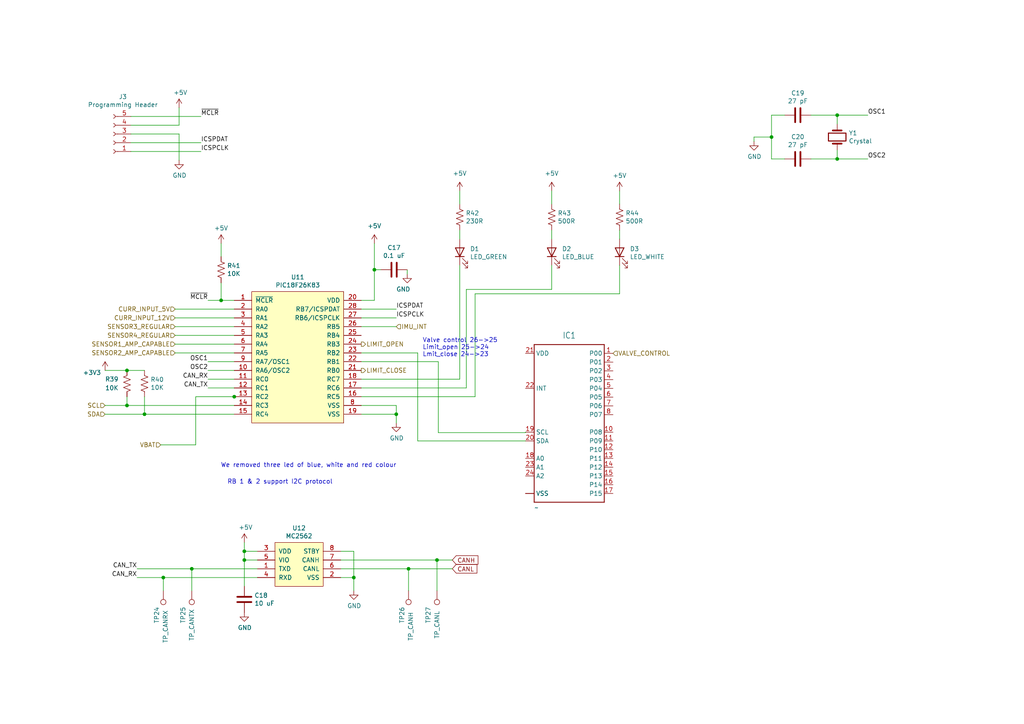
<source format=kicad_sch>
(kicad_sch (version 20230121) (generator eeschema)
  (paper "A4")
  (lib_symbols
    (symbol "+5V_1" (power) (pin_names (offset 0))
      (property "Value" "+5V_1" (at 0 3.556 0))
      (symbol "+5V_1_0_1"
        (polyline (pts (xy -0.762 1.27) (xy 0 2.54)))
        (polyline (pts (xy 0 0) (xy 0 2.54)))
        (polyline (pts (xy 0 2.54) (xy 0.762 1.27)))
      )
      (symbol "+5V_1_1_1"
        (pin power_in line (at 0 0 90) (length 0) hide (name "+5V") (number "1"))
      )
    )
    (symbol "+5V_2" (power) (pin_names (offset 0))
      (property "Value" "+5V_2" (at 0 3.556 0))
      (symbol "+5V_2_0_1"
        (polyline (pts (xy -0.762 1.27) (xy 0 2.54)))
        (polyline (pts (xy 0 0) (xy 0 2.54)))
        (polyline (pts (xy 0 2.54) (xy 0.762 1.27)))
      )
      (symbol "+5V_2_1_1"
        (pin power_in line (at 0 0 90) (length 0) hide (name "+5V") (number "1"))
      )
    )
    (symbol "+5V_3" (power) (pin_names (offset 0))
      (property "Value" "+5V_3" (at 0 3.556 0))
      (symbol "+5V_3_0_1"
        (polyline (pts (xy -0.762 1.27) (xy 0 2.54)))
        (polyline (pts (xy 0 0) (xy 0 2.54)))
        (polyline (pts (xy 0 2.54) (xy 0.762 1.27)))
      )
      (symbol "+5V_3_1_1"
        (pin power_in line (at 0 0 90) (length 0) hide (name "+5V") (number "1"))
      )
    )
    (symbol "+5V_4" (power) (pin_names (offset 0))
      (property "Value" "+5V_4" (at 0 3.556 0))
      (symbol "+5V_4_0_1"
        (polyline (pts (xy -0.762 1.27) (xy 0 2.54)))
        (polyline (pts (xy 0 0) (xy 0 2.54)))
        (polyline (pts (xy 0 2.54) (xy 0.762 1.27)))
      )
      (symbol "+5V_4_1_1"
        (pin power_in line (at 0 0 90) (length 0) hide (name "+5V") (number "1"))
      )
    )
    (symbol "+5V_5" (power) (pin_names (offset 0))
      (property "Value" "+5V_5" (at 0 3.556 0))
      (symbol "+5V_5_0_1"
        (polyline (pts (xy -0.762 1.27) (xy 0 2.54)))
        (polyline (pts (xy 0 0) (xy 0 2.54)))
        (polyline (pts (xy 0 2.54) (xy 0.762 1.27)))
      )
      (symbol "+5V_5_1_1"
        (pin power_in line (at 0 0 90) (length 0) hide (name "+5V") (number "1"))
      )
    )
    (symbol "Device:C" (pin_numbers hide) (pin_names (offset 0.254))
      (property "Reference" "C" (at 0.635 2.54 0))
      (property "Value" "C" (at 0.635 -2.54 0))
      (symbol "C_0_1"
        (polyline (pts (xy -2.032 -0.762) (xy 2.032 -0.762)) (stroke (width 0.508)))
        (polyline (pts (xy -2.032 0.762) (xy 2.032 0.762)) (stroke (width 0.508)))
      )
      (symbol "C_1_1"
        (pin passive line (at 0 3.81 270) (length 2.794) (name "~") (number "1"))
        (pin passive line (at 0 -3.81 90) (length 2.794) (name "~") (number "2"))
      )
    )
    (symbol "Device:Crystal" (pin_numbers hide) (pin_names (offset 1.016) hide)
      (property "Reference" "Y" (at 0 3.81 0))
      (property "Value" "Crystal" (at 0 -3.81 0))
      (symbol "Crystal_0_1"
        (rectangle (start -1.143 2.54) (end 1.143 -2.54) (stroke (width 0.3048)))
        (polyline (pts (xy -2.54 0) (xy -1.905 0)))
        (polyline (pts (xy -1.905 -1.27) (xy -1.905 1.27)) (stroke (width 0.508)))
        (polyline (pts (xy 1.905 -1.27) (xy 1.905 1.27)) (stroke (width 0.508)))
        (polyline (pts (xy 2.54 0) (xy 1.905 0)))
      )
      (symbol "Crystal_1_1"
        (pin passive line (at -3.81 0 0) (length 1.27) (name "1") (number "1"))
        (pin passive line (at 3.81 0 180) (length 1.27) (name "2") (number "2"))
      )
    )
    (symbol "Device:LED" (pin_numbers hide) (pin_names (offset 1.016) hide)
      (property "Reference" "D" (at 0 2.54 0))
      (property "Value" "LED" (at 0 -2.54 0))
      (symbol "LED_0_1"
        (polyline (pts (xy -1.27 -1.27) (xy -1.27 1.27)) (stroke (width 0.254)))
        (polyline (pts (xy -1.27 0) (xy 1.27 0)))
        (polyline (pts (xy 1.27 -1.27) (xy 1.27 1.27) (xy -1.27 0) (xy 1.27 -1.27)) (stroke (width 0.254)))
        (polyline (pts (xy -3.048 -0.762) (xy -4.572 -2.286) (xy -3.81 -2.286) (xy -4.572 -2.286) (xy -4.572 -1.524)))
        (polyline (pts (xy -1.778 -0.762) (xy -3.302 -2.286) (xy -2.54 -2.286) (xy -3.302 -2.286) (xy -3.302 -1.524)))
      )
      (symbol "LED_1_1"
        (pin passive line (at -3.81 0 0) (length 2.54) (name "K") (number "1"))
        (pin passive line (at 3.81 0 180) (length 2.54) (name "A") (number "2"))
      )
    )
    (symbol "Device:R_US" (pin_numbers hide) (pin_names (offset 0))
      (property "Reference" "R" (at 2.54 0 90))
      (property "Value" "R_US" (at -2.54 0 90))
      (symbol "R_US_0_1"
        (polyline (pts (xy 0 -2.286) (xy 0 -2.54)))
        (polyline (pts (xy 0 2.286) (xy 0 2.54)))
        (polyline (pts (xy 0 -0.762) (xy 1.016 -1.143) (xy 0 -1.524) (xy -1.016 -1.905) (xy 0 -2.286)))
        (polyline (pts (xy 0 0.762) (xy 1.016 0.381) (xy 0 0) (xy -1.016 -0.381) (xy 0 -0.762)))
        (polyline (pts (xy 0 2.286) (xy 1.016 1.905) (xy 0 1.524) (xy -1.016 1.143) (xy 0 0.762)))
      )
      (symbol "R_US_1_1"
        (pin passive line (at 0 3.81 270) (length 1.27) (name "~") (number "1"))
        (pin passive line (at 0 -3.81 90) (length 1.27) (name "~") (number "2"))
      )
    )
    (symbol "PropulsionBoard-eagle-import:PCF8575"
      (property "Reference" "IC" (at -10.16 24.13 0))
      (symbol "PCF8575_1_0"
        (polyline (pts (xy -10.16 -22.86) (xy -10.16 22.86)) (stroke (width 0.254)))
        (polyline (pts (xy -10.16 22.86) (xy 10.16 22.86)) (stroke (width 0.254)))
        (polyline (pts (xy 10.16 -22.86) (xy -10.16 -22.86)) (stroke (width 0.254)))
        (polyline (pts (xy 10.16 22.86) (xy 10.16 -22.86)) (stroke (width 0.254)))
        (pin bidirectional line (at 12.7 20.32 180) (length 2.54) (name "P00") (number "1"))
        (pin bidirectional line (at 12.7 -2.54 180) (length 2.54) (name "P08") (number "10"))
        (pin bidirectional line (at 12.7 -5.08 180) (length 2.54) (name "P09") (number "11"))
        (pin bidirectional line (at 12.7 -7.62 180) (length 2.54) (name "P10") (number "12"))
        (pin bidirectional line (at 12.7 -10.16 180) (length 2.54) (name "P11") (number "13"))
        (pin bidirectional line (at 12.7 -12.7 180) (length 2.54) (name "P12") (number "14"))
        (pin bidirectional line (at 12.7 -15.24 180) (length 2.54) (name "P13") (number "15"))
        (pin bidirectional line (at 12.7 -17.78 180) (length 2.54) (name "P14") (number "16"))
        (pin bidirectional line (at 12.7 -20.32 180) (length 2.54) (name "P15") (number "17"))
        (pin input line (at -12.7 -10.16 0) (length 2.54) (name "A0") (number "18"))
        (pin input line (at -12.7 -2.54 0) (length 2.54) (name "SCL") (number "19"))
        (pin bidirectional line (at 12.7 17.78 180) (length 2.54) (name "P01") (number "2"))
        (pin bidirectional line (at -12.7 -5.08 0) (length 2.54) (name "SDA") (number "20"))
        (pin power_in line (at -12.7 20.32 0) (length 2.54) (name "VDD") (number "21"))
        (pin output line (at -12.7 10.16 0) (length 2.54) (name "INT") (number "22"))
        (pin input line (at -12.7 -12.7 0) (length 2.54) (name "A1") (number "23"))
        (pin input line (at -12.7 -15.24 0) (length 2.54) (name "A2") (number "24"))
        (pin bidirectional line (at 12.7 15.24 180) (length 2.54) (name "P02") (number "3"))
        (pin bidirectional line (at 12.7 12.7 180) (length 2.54) (name "P03") (number "4"))
        (pin bidirectional line (at 12.7 10.16 180) (length 2.54) (name "P04") (number "5"))
        (pin bidirectional line (at 12.7 7.62 180) (length 2.54) (name "P05") (number "6"))
        (pin bidirectional line (at 12.7 5.08 180) (length 2.54) (name "P06") (number "7"))
        (pin bidirectional line (at 12.7 2.54 180) (length 2.54) (name "P07") (number "8"))
        (pin power_in line (at -12.7 -20.32 0) (length 2.54) (name "VSS") (number "9"))
        (pin power_in line (at -12.7 -20.32 0) (length 2.54) (name "VSS") (number "THERM"))
      )
    )
    (symbol "actuator-rescue:Conn_01x05_Female-Connector" (pin_names (offset 1.016) hide)
      (property "Reference" "J" (at 0 7.62 0))
      (property "Value" "Connector_Conn_01x05_Female" (at 0 -7.62 0))
      (symbol "Conn_01x05_Female-Connector_1_1"
        (arc (start 0 -4.572) (mid -0.5058 -5.08) (end 0 -5.588) (stroke (width 0.1524)))
        (arc (start 0 -2.032) (mid -0.5058 -2.54) (end 0 -3.048) (stroke (width 0.1524)))
        (polyline (pts (xy -1.27 -5.08) (xy -0.508 -5.08)) (stroke (width 0.1524)))
        (polyline (pts (xy -1.27 -2.54) (xy -0.508 -2.54)) (stroke (width 0.1524)))
        (polyline (pts (xy -1.27 0) (xy -0.508 0)) (stroke (width 0.1524)))
        (polyline (pts (xy -1.27 2.54) (xy -0.508 2.54)) (stroke (width 0.1524)))
        (polyline (pts (xy -1.27 5.08) (xy -0.508 5.08)) (stroke (width 0.1524)))
        (arc (start 0 0.508) (mid -0.5058 0) (end 0 -0.508) (stroke (width 0.1524)))
        (arc (start 0 3.048) (mid -0.5058 2.54) (end 0 2.032) (stroke (width 0.1524)))
        (arc (start 0 5.588) (mid -0.5058 5.08) (end 0 4.572) (stroke (width 0.1524)))
        (pin passive line (at -5.08 5.08 0) (length 3.81) (name "Pin_1") (number "1"))
        (pin passive line (at -5.08 2.54 0) (length 3.81) (name "Pin_2") (number "2"))
        (pin passive line (at -5.08 0 0) (length 3.81) (name "Pin_3") (number "3"))
        (pin passive line (at -5.08 -2.54 0) (length 3.81) (name "Pin_4") (number "4"))
        (pin passive line (at -5.08 -5.08 0) (length 3.81) (name "Pin_5") (number "5"))
      )
    )
    (symbol "canhw:MCP2562" (pin_names (offset 1.016))
      (property "Reference" "U" (at 5.08 3.81 0))
      (property "Value" "MCP2562" (at -3.81 3.81 0))
      (symbol "MCP2562_0_1"
        (rectangle (start -7.62 2.54) (end 6.35 -10.16) (fill (type background)))
      )
      (symbol "MCP2562_1_1"
        (pin bidirectional line (at -12.7 -5.08 0) (length 5.08) (name "TXD") (number "1"))
        (pin power_in line (at 11.43 -7.62 180) (length 5.08) (name "VSS") (number "2"))
        (pin power_in line (at -12.7 0 0) (length 5.08) (name "VDD") (number "3"))
        (pin bidirectional line (at -12.7 -7.62 0) (length 5.08) (name "RXD") (number "4"))
        (pin bidirectional line (at -12.7 -2.54 0) (length 5.08) (name "VIO") (number "5"))
        (pin bidirectional line (at 11.43 -5.08 180) (length 5.08) (name "CANL") (number "6"))
        (pin bidirectional line (at 11.43 -2.54 180) (length 5.08) (name "CANH") (number "7"))
        (pin bidirectional line (at 11.43 0 180) (length 5.08) (name "STBY") (number "8"))
      )
    )
    (symbol "canhw:PIC18F26K83" (pin_names (offset 1.016))
      (property "Reference" "U" (at 11.43 20.32 0))
      (property "Value" "PIC18F26K83" (at -7.62 20.32 0))
      (symbol "PIC18F26K83_0_1"
        (rectangle (start -13.97 19.05) (end 12.7 -19.05) (fill (type background)))
      )
      (symbol "PIC18F26K83_1_1"
        (pin input line (at -19.05 16.51 0) (length 5.08) (name "~{MCLR}") (number "1"))
        (pin bidirectional line (at -19.05 -3.81 0) (length 5.08) (name "RA6/OSC2") (number "10"))
        (pin bidirectional line (at -19.05 -6.35 0) (length 5.08) (name "RC0") (number "11"))
        (pin bidirectional line (at -19.05 -8.89 0) (length 5.08) (name "RC1") (number "12"))
        (pin bidirectional line (at -19.05 -11.43 0) (length 5.08) (name "RC2") (number "13"))
        (pin bidirectional line (at -19.05 -13.97 0) (length 5.08) (name "RC3") (number "14"))
        (pin bidirectional line (at -19.05 -16.51 0) (length 5.08) (name "RC4") (number "15"))
        (pin bidirectional line (at 17.78 -11.43 180) (length 5.08) (name "RC5") (number "16"))
        (pin bidirectional line (at 17.78 -8.89 180) (length 5.08) (name "RC6") (number "17"))
        (pin bidirectional line (at 17.78 -6.35 180) (length 5.08) (name "RC7") (number "18"))
        (pin power_in line (at 17.78 -16.51 180) (length 5.08) (name "VSS") (number "19"))
        (pin bidirectional line (at -19.05 13.97 0) (length 5.08) (name "RA0") (number "2"))
        (pin power_in line (at 17.78 16.51 180) (length 5.08) (name "VDD") (number "20"))
        (pin bidirectional line (at 17.78 -3.81 180) (length 5.08) (name "RB0") (number "21"))
        (pin bidirectional line (at 17.78 -1.27 180) (length 5.08) (name "RB1") (number "22"))
        (pin bidirectional line (at 17.78 1.27 180) (length 5.08) (name "RB2") (number "23"))
        (pin bidirectional line (at 17.78 3.81 180) (length 5.08) (name "RB3") (number "24"))
        (pin bidirectional line (at 17.78 6.35 180) (length 5.08) (name "RB4") (number "25"))
        (pin bidirectional line (at 17.78 8.89 180) (length 5.08) (name "RB5") (number "26"))
        (pin bidirectional line (at 17.78 11.43 180) (length 5.08) (name "RB6/ICSPCLK") (number "27"))
        (pin bidirectional line (at 17.78 13.97 180) (length 5.08) (name "RB7/ICSPDAT") (number "28"))
        (pin bidirectional line (at -19.05 11.43 0) (length 5.08) (name "RA1") (number "3"))
        (pin bidirectional line (at -19.05 8.89 0) (length 5.08) (name "RA2") (number "4"))
        (pin bidirectional line (at -19.05 6.35 0) (length 5.08) (name "RA3") (number "5"))
        (pin bidirectional line (at -19.05 3.81 0) (length 5.08) (name "RA4") (number "6"))
        (pin bidirectional line (at -19.05 1.27 0) (length 5.08) (name "RA5") (number "7"))
        (pin power_in line (at 17.78 -13.97 180) (length 5.08) (name "VSS") (number "8"))
        (pin bidirectional line (at -19.05 -1.27 0) (length 5.08) (name "RA7/OSC1") (number "9"))
      )
    )
    (symbol "canhw:TestPointKeystone" (pin_numbers hide) (pin_names (offset 0.762) hide)
      (property "Reference" "TP" (at 0 6.858 0))
      (property "Value" "TestPointKeystone" (at 0 5.08 0))
      (symbol "TestPointKeystone_0_1"
        (circle (center 0 3.302) (radius 0.762))
      )
      (symbol "TestPointKeystone_1_1"
        (pin passive line (at 0 0 90) (length 2.54) (name "1") (number "1"))
      )
    )
    (symbol "power:+3V3" (power) (pin_names (offset 0))
      (property "Value" "+3V3" (at 0 3.556 0))
      (symbol "+3V3_0_1"
        (polyline (pts (xy -0.762 1.27) (xy 0 2.54)))
        (polyline (pts (xy 0 0) (xy 0 2.54)))
        (polyline (pts (xy 0 2.54) (xy 0.762 1.27)))
      )
      (symbol "+3V3_1_1"
        (pin power_in line (at 0 0 90) (length 0) hide (name "+3V3") (number "1"))
      )
    )
    (symbol "power:+5V" (power) (pin_names (offset 0))
      (property "Value" "+5V" (at 0 3.556 0))
      (symbol "+5V_0_1"
        (polyline (pts (xy -0.762 1.27) (xy 0 2.54)))
        (polyline (pts (xy 0 0) (xy 0 2.54)))
        (polyline (pts (xy 0 2.54) (xy 0.762 1.27)))
      )
      (symbol "+5V_1_1"
        (pin power_in line (at 0 0 90) (length 0) hide (name "+5V") (number "1"))
      )
    )
    (symbol "power:GND" (power) (pin_names (offset 0))
      (property "Value" "GND" (at 0 -3.81 0))
      (symbol "GND_0_1"
        (polyline (pts (xy 0 0) (xy 0 -1.27) (xy 1.27 -1.27) (xy 0 -2.54) (xy -1.27 -1.27) (xy 0 -1.27)))
      )
      (symbol "GND_1_1"
        (pin power_in line (at 0 0 270) (length 0) hide (name "GND") (number "1"))
      )
    )
  )
  (junction (at 223.774 39.751))
  (junction (at 102.616 167.513))
  (junction (at 47.371 167.513))
  (junction (at 126.746 162.433))
  (junction (at 70.866 162.433))
  (junction (at 36.83 107.442))
  (junction (at 118.491 164.973))
  (junction (at 108.585 78.232))
  (junction (at 70.866 159.893))
  (junction (at 55.626 164.973))
  (junction (at 242.824 46.101))
  (junction (at 36.83 117.602))
  (junction (at 67.945 115.062))
  (junction (at 242.824 33.401))
  (junction (at 114.935 120.142))
  (junction (at 64.135 87.122))
  (junction (at 41.91 120.142))
  (wire (pts (xy 67.945 115.062) (xy 56.769 115.062)))
  (wire (pts (xy 37.973 33.782) (xy 58.293 33.782)))
  (wire (pts (xy 108.585 70.612) (xy 108.585 78.232)))
  (wire (pts (xy 218.694 41.021) (xy 218.694 39.751)))
  (wire (pts (xy 55.626 164.973) (xy 55.626 171.323)))
  (wire (pts (xy 251.714 33.401) (xy 242.824 33.401)))
  (wire (pts (xy 104.775 117.602) (xy 114.935 117.602)))
  (wire (pts (xy 133.35 76.962) (xy 133.35 109.982)))
  (wire (pts (xy 64.135 87.122) (xy 67.945 87.122)))
  (wire (pts (xy 102.616 167.513) (xy 102.616 159.893)))
  (wire (pts (xy 126.746 162.433) (xy 131.191 162.433)))
  (wire (pts (xy 60.325 87.122) (xy 64.135 87.122)))
  (wire (pts (xy 137.795 85.217) (xy 179.705 85.217)))
  (wire (pts (xy 179.705 85.217) (xy 179.705 76.962)))
  (wire (pts (xy 64.135 82.042) (xy 64.135 87.122)))
  (wire (pts (xy 179.705 66.802) (xy 179.705 69.342)))
  (wire (pts (xy 37.973 43.942) (xy 58.293 43.942)))
  (wire (pts (xy 56.769 115.062) (xy 56.769 129.032)))
  (wire (pts (xy 70.866 159.893) (xy 74.676 159.893)))
  (wire (pts (xy 39.751 167.513) (xy 47.371 167.513)))
  (wire (pts (xy 70.866 170.053) (xy 70.866 162.433)))
  (wire (pts (xy 58.293 41.402) (xy 37.973 41.402)))
  (wire (pts (xy 235.204 46.101) (xy 242.824 46.101)))
  (wire (pts (xy 50.8 99.822) (xy 67.945 99.822)))
  (wire (pts (xy 102.616 159.893) (xy 98.806 159.893)))
  (wire (pts (xy 127.127 125.476) (xy 152.4 125.476)))
  (wire (pts (xy 104.775 87.122) (xy 108.585 87.122)))
  (wire (pts (xy 126.746 162.433) (xy 126.746 171.323)))
  (wire (pts (xy 118.11 78.232) (xy 118.11 79.502)))
  (wire (pts (xy 47.371 167.513) (xy 74.676 167.513)))
  (wire (pts (xy 37.973 36.322) (xy 51.943 36.322)))
  (wire (pts (xy 102.616 171.323) (xy 102.616 167.513)))
  (wire (pts (xy 70.866 162.433) (xy 70.866 159.893)))
  (wire (pts (xy 37.973 38.862) (xy 51.943 38.862)))
  (wire (pts (xy 118.491 164.973) (xy 131.191 164.973)))
  (wire (pts (xy 39.751 164.973) (xy 55.626 164.973)))
  (wire (pts (xy 223.774 46.101) (xy 227.584 46.101)))
  (wire (pts (xy 160.02 66.802) (xy 160.02 69.342)))
  (wire (pts (xy 98.806 164.973) (xy 118.491 164.973)))
  (wire (pts (xy 41.91 120.142) (xy 67.945 120.142)))
  (wire (pts (xy 127.127 104.902) (xy 127.127 125.476)))
  (wire (pts (xy 50.8 89.662) (xy 67.945 89.662)))
  (wire (pts (xy 55.626 164.973) (xy 74.676 164.973)))
  (wire (pts (xy 50.8 97.282) (xy 67.945 97.282)))
  (wire (pts (xy 114.935 117.602) (xy 114.935 120.142)))
  (wire (pts (xy 114.935 120.142) (xy 114.935 122.682)))
  (wire (pts (xy 64.135 70.612) (xy 64.135 74.422)))
  (wire (pts (xy 114.935 92.202) (xy 104.775 92.202)))
  (wire (pts (xy 121.158 127.889) (xy 152.4 127.889)))
  (wire (pts (xy 104.902 102.362) (xy 121.158 102.362)))
  (wire (pts (xy 68.199 115.062) (xy 67.945 115.062)))
  (wire (pts (xy 235.204 33.401) (xy 242.824 33.401)))
  (wire (pts (xy 104.775 94.742) (xy 114.935 94.742)))
  (wire (pts (xy 160.02 76.962) (xy 160.02 83.947)))
  (wire (pts (xy 98.806 162.433) (xy 126.746 162.433)))
  (wire (pts (xy 60.325 112.522) (xy 67.945 112.522)))
  (wire (pts (xy 46.609 129.032) (xy 56.769 129.032)))
  (wire (pts (xy 36.83 117.602) (xy 67.945 117.602)))
  (wire (pts (xy 30.48 107.442) (xy 36.83 107.442)))
  (wire (pts (xy 47.371 167.513) (xy 47.371 171.323)))
  (wire (pts (xy 60.325 109.982) (xy 67.945 109.982)))
  (wire (pts (xy 121.158 102.362) (xy 121.158 127.889)))
  (wire (pts (xy 30.48 120.142) (xy 41.91 120.142)))
  (wire (pts (xy 135.255 112.522) (xy 104.775 112.522)))
  (wire (pts (xy 104.775 120.142) (xy 114.935 120.142)))
  (wire (pts (xy 104.775 104.902) (xy 127.127 104.902)))
  (wire (pts (xy 51.943 38.862) (xy 51.943 46.482)))
  (wire (pts (xy 98.806 167.513) (xy 102.616 167.513)))
  (wire (pts (xy 60.325 104.902) (xy 67.945 104.902)))
  (wire (pts (xy 223.774 39.751) (xy 223.774 46.101)))
  (wire (pts (xy 50.8 92.202) (xy 67.945 92.202)))
  (wire (pts (xy 251.714 46.101) (xy 242.824 46.101)))
  (wire (pts (xy 60.325 107.442) (xy 67.945 107.442)))
  (wire (pts (xy 133.35 66.802) (xy 133.35 69.342)))
  (wire (pts (xy 114.935 89.662) (xy 104.775 89.662)))
  (wire (pts (xy 30.48 117.602) (xy 36.83 117.602)))
  (wire (pts (xy 41.91 115.062) (xy 41.91 120.142)))
  (wire (pts (xy 108.585 78.232) (xy 108.585 87.122)))
  (wire (pts (xy 110.49 78.232) (xy 108.585 78.232)))
  (wire (pts (xy 118.491 164.973) (xy 118.491 171.323)))
  (wire (pts (xy 51.943 36.322) (xy 51.943 31.242)))
  (wire (pts (xy 50.8 94.742) (xy 67.945 94.742)))
  (wire (pts (xy 70.866 162.433) (xy 74.676 162.433)))
  (wire (pts (xy 135.255 83.947) (xy 135.255 112.522)))
  (wire (pts (xy 36.83 107.442) (xy 41.91 107.442)))
  (wire (pts (xy 137.795 85.217) (xy 137.795 115.062)))
  (wire (pts (xy 50.8 102.362) (xy 67.945 102.362)))
  (wire (pts (xy 227.584 33.401) (xy 223.774 33.401)))
  (wire (pts (xy 242.824 33.401) (xy 242.824 35.941)))
  (wire (pts (xy 152.4 125.476) (xy 152.4 125.349)))
  (wire (pts (xy 160.02 59.182) (xy 160.02 55.372)))
  (wire (pts (xy 223.774 33.401) (xy 223.774 39.751)))
  (wire (pts (xy 179.705 55.372) (xy 179.705 59.182)))
  (wire (pts (xy 135.255 83.947) (xy 160.02 83.947)))
  (wire (pts (xy 133.35 109.982) (xy 104.775 109.982)))
  (wire (pts (xy 133.35 59.182) (xy 133.35 55.372)))
  (wire (pts (xy 70.866 157.353) (xy 70.866 159.893)))
  (wire (pts (xy 137.795 115.062) (xy 104.775 115.062)))
  (wire (pts (xy 218.694 39.751) (xy 223.774 39.751)))
  (wire (pts (xy 36.83 115.062) (xy 36.83 117.602)))
  (wire (pts (xy 242.824 46.101) (xy 242.824 43.561)))
  (text "RB 1 & 2 support I2C protocol" (at 65.913 140.589 0) (effects (font (size 1.27 1.27)) (justify left bottom)))
  (text "We removed three led of blue, white and red colour" (at 64.008 135.763 0) (effects (font (size 1.27 1.27)) (justify left bottom)))
  (text "Valve control 26->25\nLimit_open 25->24\nLmit_close 24->23" (at 122.555 103.632 0) (effects (font (size 1.27 1.27)) (justify left bottom)))
  (label "ICSPDAT" (at 58.293 41.402 0))
  (label "OSC1" (at 251.714 33.401 0))
  (label "CAN_RX" (at 39.751 167.513 180))
  (label "CAN_TX" (at 60.325 112.522 180))
  (label "CAN_TX" (at 39.751 164.973 180))
  (label "~{MCLR}" (at 60.325 87.122 180))
  (label "OSC2" (at 251.714 46.101 0))
  (label "ICSPDAT" (at 114.935 89.662 0))
  (label "ICSPCLK" (at 58.293 43.942 0))
  (label "ICSPCLK" (at 114.935 92.202 0))
  (label "OSC1" (at 60.325 104.902 180))
  (label "~{MCLR}" (at 58.293 33.782 0))
  (label "CAN_RX" (at 60.325 109.982 180))
  (label "OSC2" (at 60.325 107.442 180))
  (global_label "CANL" (shape input) (at 131.191 164.973 0) (property "Intersheetrefs" "${INTERSHEET_REFS}" (effects hide)))
  (global_label "CANH" (shape input) (at 131.191 162.433 0) (property "Intersheetrefs" "${INTERSHEET_REFS}" (effects hide)))
  (hierarchical_label "SENSOR4_REGULAR" (shape input) (at 50.8 97.282 180))
  (hierarchical_label "CURR_INPUT_5V" (shape input) (at 50.8 89.662 180))
  (hierarchical_label "CURR_INPUT_12V" (shape input) (at 50.8 92.202 180))
  (hierarchical_label "LIMIT_OPEN" (shape output) (at 104.775 99.822 0))
  (hierarchical_label "SENSOR2_AMP_CAPABLE" (shape input) (at 50.8 102.362 180))
  (hierarchical_label "IMU_INT" (shape input) (at 114.935 94.742 0))
  (hierarchical_label "VALVE_CONTROL" (shape input) (at 177.8 102.489 0))
  (hierarchical_label "VBAT" (shape input) (at 46.609 129.032 180))
  (hierarchical_label "LIMIT_CLOSE" (shape output) (at 104.775 107.442 0))
  (hierarchical_label "SENSOR1_AMP_CAPABLE" (shape input) (at 50.8 99.822 180))
  (hierarchical_label "SCL" (shape input) (at 30.48 117.602 180))
  (hierarchical_label "SDA" (shape input) (at 30.48 120.142 180))
  (hierarchical_label "SENSOR3_REGULAR" (shape input) (at 50.8 94.742 180))
  (symbol (lib_name "+5V_2") (lib_id "power:+5V") (at 108.585 70.612 0) (unit 1)
    (property "Reference" "#PWR061" (effects hide))
    (property "Value" "+5V" (at 108.585 65.532 0))
    (instances (project "Propulsion Board" (path "" (reference "#PWR061") (unit 1)) (path "" (reference "#PWR076") (unit 1))) (project "PropulsionBoard" (path "" (reference "#PWR06") (unit 1))))
  )
  (symbol (lib_id "canhw:PIC18F26K83") (at 86.995 103.632 0) (unit 1)
    (property "Reference" "U11" (at 86.36 80.391 0))
    (property "Value" "PIC18F26K83" (at 86.36 82.7024 0))
    (property "Footprint" "Package_SO:SOIC-28W_7.5x17.9mm_P1.27mm" (effects hide))
    (property "Datasheet" "http://ww1.microchip.com/downloads/en/DeviceDoc/40001943A.pdf" (effects hide))
    (instances (project "Propulsion Board" (path "" (reference "U11") (unit 1)) (path "" (reference "U13") (unit 1))) (project "PropulsionBoard" (path "" (reference "U1") (unit 1))) (project "sensors" (path "" (reference "U1") (unit 1))))
  )
  (symbol (lib_id "power:GND") (at 51.943 46.482 0) (unit 1)
    (property "Reference" "#PWR0106" (effects hide))
    (property "Value" "GND" (at 52.07 50.8762 0))
    (instances (project "actuator" (path "" (reference "#PWR0106") (unit 1))) (project "Propulsion Board" (path "" (reference "#PWR0100") (unit 1)) (path "" (reference "#PWR0113") (unit 1))) (project "PropulsionBoard" (path "" (reference "#PWR05") (unit 1))))
  )
  (symbol (lib_id "Device:R_US") (at 41.91 111.252 0) (unit 1)
    (property "Reference" "R40" (at 43.6372 110.0836 0) (effects (justify left)))
    (property "Value" "10K" (at 43.6372 112.395 0) (effects (justify left)))
    (property "Footprint" "Resistor_SMD:R_0805_2012Metric_Pad1.20x1.40mm_HandSolder" (effects hide))
    (instances (project "Propulsion Board" (path "" (reference "R40") (unit 1)) (path "" (reference "R46") (unit 1))) (project "PropulsionBoard" (path "" (reference "R2") (unit 1))) (project "sensors" (path "" (reference "R2") (unit 1))))
  )
  (symbol (lib_id "power:GND") (at 218.694 41.021 0) (unit 1)
    (property "Reference" "#PWR070" (effects hide))
    (property "Value" "GND" (at 218.821 45.4152 0))
    (instances (project "Propulsion Board" (path "" (reference "#PWR070") (unit 1)) (path "" (reference "#PWR085") (unit 1))) (project "PropulsionBoard" (path "" (reference "#PWR016") (unit 1))) (project "sensors" (path "" (reference "#PWR010") (unit 1))))
  )
  (symbol (lib_id "Device:Crystal") (at 242.824 39.751 270) (unit 1)
    (property "Reference" "Y1" (at 246.1514 38.5826 90) (effects (justify left)))
    (property "Value" "Crystal" (at 246.1514 40.894 90) (effects (justify left)))
    (property "Footprint" "Crystal:Resonator-2Pin_W10.0mm_H5.0mm" (effects hide))
    (instances (project "Propulsion Board" (path "" (reference "Y1") (unit 1)) (path "" (reference "Y2") (unit 1))) (project "PropulsionBoard" (path "" (reference "Y1") (unit 1))) (project "sensors" (path "" (reference "Y1") (unit 1))))
  )
  (symbol (lib_id "Device:C") (at 231.394 46.101 270) (unit 1)
    (property "Reference" "C20" (at 231.394 39.7002 90))
    (property "Value" "27 pF" (at 231.394 42.0116 90))
    (property "Footprint" "Capacitor_SMD:C_0805_2012Metric_Pad1.18x1.45mm_HandSolder" (effects hide))
    (instances (project "Propulsion Board" (path "" (reference "C20") (unit 1)) (path "" (reference "C24") (unit 1))) (project "PropulsionBoard" (path "" (reference "C4") (unit 1))) (project "sensors" (path "" (reference "C4") (unit 1))))
  )
  (symbol (lib_id "Device:R_US") (at 36.83 111.252 0) (mirror y) (unit 1)
    (property "Reference" "R39" (at 30.48 109.982 0) (effects (justify right)))
    (property "Value" "10K" (at 30.48 112.522 0) (effects (justify right)))
    (property "Footprint" "Resistor_SMD:R_0805_2012Metric_Pad1.20x1.40mm_HandSolder" (effects hide))
    (instances (project "Propulsion Board" (path "" (reference "R39") (unit 1)) (path "" (reference "R45") (unit 1))) (project "PropulsionBoard" (path "" (reference "R1") (unit 1))) (project "sensors" (path "" (reference "R1") (unit 1))))
  )
  (symbol (lib_id "power:+5V") (at 51.943 31.242 0) (unit 1)
    (property "Reference" "#PWR0105" (effects hide))
    (property "Value" "+5V" (at 52.324 26.8478 0))
    (instances (project "actuator" (path "" (reference "#PWR0105") (unit 1))) (project "Propulsion Board" (path "" (reference "#PWR099") (unit 1)) (path "" (reference "#PWR0112") (unit 1))) (project "PropulsionBoard" (path "" (reference "#PWR04") (unit 1))))
  )
  (symbol (lib_name "+5V_5") (lib_id "power:+5V") (at 179.705 55.372 0) (unit 1)
    (property "Reference" "#PWR079" (effects hide))
    (property "Value" "+5V" (at 179.705 50.927 0))
    (instances (project "Propulsion Board" (path "" (reference "#PWR079") (unit 1)) (path "" (reference "#PWR082") (unit 1))) (project "PropulsionBoard" (path "" (reference "#PWR013") (unit 1))))
  )
  (symbol (lib_id "canhw:TestPointKeystone") (at 118.491 171.323 180) (unit 1)
    (property "Reference" "TP26" (at 116.586 180.848 90) (effects (justify right)))
    (property "Value" "TP_CANH" (at 119.126 185.928 90) (effects (justify right)))
    (property "Footprint" "sensor_mini:KEYSTONE_5000" (effects hide))
    (property "Datasheet" "https://www.keyelco.com/userAssets/file/M65p56.pdf" (effects hide))
    (instances (project "Propulsion Board" (path "" (reference "TP26") (unit 1)) (path "" (reference "TP30") (unit 1))) (project "PropulsionBoard" (path "" (reference "TP3") (unit 1))) (project "sensors" (path "" (reference "TP3") (unit 1))))
  )
  (symbol (lib_id "canhw:TestPointKeystone") (at 126.746 171.323 180) (unit 1)
    (property "Reference" "TP27" (at 124.206 180.848 90) (effects (justify right)))
    (property "Value" "TP_CANL" (at 126.746 185.293 90) (effects (justify right)))
    (property "Footprint" "sensor_mini:KEYSTONE_5000" (effects hide))
    (property "Datasheet" "https://www.keyelco.com/userAssets/file/M65p56.pdf" (effects hide))
    (instances (project "Propulsion Board" (path "" (reference "TP27") (unit 1)) (path "" (reference "TP31") (unit 1))) (project "PropulsionBoard" (path "" (reference "TP4") (unit 1))) (project "sensors" (path "" (reference "TP4") (unit 1))))
  )
  (symbol (lib_name "+5V_4") (lib_id "power:+5V") (at 160.02 55.372 0) (unit 1)
    (property "Reference" "#PWR068" (effects hide))
    (property "Value" "+5V" (at 160.02 50.292 0))
    (instances (project "Propulsion Board" (path "" (reference "#PWR068") (unit 1)) (path "" (reference "#PWR071") (unit 1))) (project "PropulsionBoard" (path "" (reference "#PWR012") (unit 1))))
  )
  (symbol (lib_id "Device:LED") (at 133.35 73.152 90) (unit 1)
    (property "Reference" "D1" (at 136.3218 72.1868 90) (effects (justify right)))
    (property "Value" "LED_GREEN" (at 136.3218 74.4982 90) (effects (justify right)))
    (property "Footprint" "LED_SMD:LED_1206_3216Metric_Pad1.42x1.75mm_HandSolder" (effects hide))
    (instances (project "Propulsion Board" (path "" (reference "D1") (unit 1)) (path "" (reference "D4") (unit 1))) (project "PropulsionBoard" (path "" (reference "D3") (unit 1))) (project "sensors" (path "" (reference "D1") (unit 1))))
  )
  (symbol (lib_id "canhw:MCP2562") (at 87.376 159.893 0) (unit 1)
    (property "Reference" "U12" (at 86.741 153.162 0))
    (property "Value" "MC2562" (at 86.741 155.4734 0))
    (property "Footprint" "Package_SO:SOIC-8_3.9x4.9mm_P1.27mm" (effects hide))
    (property "Datasheet" "http://hades.mech.northwestern.edu/images/5/5e/MCP2562.pdf" (effects hide))
    (instances (project "Propulsion Board" (path "" (reference "U12") (unit 1)) (path "" (reference "U14") (unit 1))) (project "PropulsionBoard" (path "" (reference "U2") (unit 1))) (project "sensors" (path "" (reference "U2") (unit 1))))
  )
  (symbol (lib_id "PropulsionBoard-eagle-import:PCF8575") (at 165.1 122.809 0) (unit 1)
    (property "Reference" "IC1" (at 165.1 97.282 0) (effects (font (size 1.778 1.5113))))
    (property "Value" "~" (at 154.94 148.209 0) (effects (font (size 1.778 1.5113)) (justify left bottom)))
    (property "Footprint" "PropulsionBoard:QFN24_4MM_SMSC" (effects hide))
  )
  (symbol (lib_id "power:GND") (at 102.616 171.323 0) (unit 1)
    (property "Reference" "#PWR074" (effects hide))
    (property "Value" "GND" (at 102.743 175.7172 0))
    (instances (project "Propulsion Board" (path "" (reference "#PWR074") (unit 1)) (path "" (reference "#PWR089") (unit 1))) (project "PropulsionBoard" (path "" (reference "#PWR017") (unit 1))) (project "sensors" (path "" (reference "#PWR013") (unit 1))))
  )
  (symbol (lib_id "canhw:TestPointKeystone") (at 55.626 171.323 180) (unit 1)
    (property "Reference" "TP25" (at 53.086 180.848 90) (effects (justify right)))
    (property "Value" "TP_CANTX" (at 55.626 185.928 90) (effects (justify right)))
    (property "Footprint" "sensor_mini:KEYSTONE_5000" (effects hide))
    (property "Datasheet" "https://www.keyelco.com/userAssets/file/M65p56.pdf" (effects hide))
    (instances (project "Propulsion Board" (path "" (reference "TP25") (unit 1)) (path "" (reference "TP29") (unit 1))) (project "PropulsionBoard" (path "" (reference "TP2") (unit 1))) (project "sensors" (path "" (reference "TP2") (unit 1))))
  )
  (symbol (lib_id "power:+5V") (at 70.866 157.353 0) (unit 1)
    (property "Reference" "#PWR072" (effects hide))
    (property "Value" "+5V" (at 71.247 152.9588 0))
    (instances (project "Propulsion Board" (path "" (reference "#PWR072") (unit 1)) (path "" (reference "#PWR087") (unit 1))) (project "PropulsionBoard" (path "" (reference "#PWR014") (unit 1))) (project "sensors" (path "" (reference "#PWR011") (unit 1))))
  )
  (symbol (lib_id "actuator-rescue:Conn_01x05_Female-Connector") (at 32.893 38.862 180) (unit 1)
    (property "Reference" "J3" (at 35.6362 28.067 0))
    (property "Value" "Programming Header" (at 35.6362 30.3784 0))
    (property "Footprint" "canhw_footprints:PinHeader_5x2.54_SMD_90deg_952-3198-1-ND" (effects hide))
    (instances (project "actuator" (path "" (reference "J3") (unit 1))) (project "Propulsion Board" (path "" (reference "J10") (unit 1)) (path "" (reference "J11") (unit 1))) (project "PropulsionBoard" (path "" (reference "J1") (unit 1))))
  )
  (symbol (lib_id "power:GND") (at 114.935 122.682 0) (unit 1)
    (property "Reference" "#PWR065" (effects hide))
    (property "Value" "GND" (at 115.062 127.0762 0))
    (instances (project "Propulsion Board" (path "" (reference "#PWR065") (unit 1)) (path "" (reference "#PWR080") (unit 1))) (project "PropulsionBoard" (path "" (reference "#PWR07") (unit 1))) (project "sensors" (path "" (reference "#PWR06") (unit 1))))
  )
  (symbol (lib_name "+5V_3") (lib_id "power:+5V") (at 133.35 55.372 0) (unit 1)
    (property "Reference" "#PWR064" (effects hide))
    (property "Value" "+5V" (at 133.35 50.292 0))
    (instances (project "Propulsion Board" (path "" (reference "#PWR064") (unit 1)) (path "" (reference "#PWR067") (unit 1))) (project "PropulsionBoard" (path "" (reference "#PWR010") (unit 1))))
  )
  (symbol (lib_id "power:GND") (at 118.11 79.502 0) (unit 1)
    (property "Reference" "#PWR066" (effects hide))
    (property "Value" "GND" (at 116.967 83.8962 0))
    (instances (project "Propulsion Board" (path "" (reference "#PWR066") (unit 1)) (path "" (reference "#PWR081") (unit 1))) (project "PropulsionBoard" (path "" (reference "#PWR08") (unit 1))) (project "sensors" (path "" (reference "#PWR07") (unit 1))))
  )
  (symbol (lib_id "power:GND") (at 70.866 177.673 0) (unit 1)
    (property "Reference" "#PWR073" (effects hide))
    (property "Value" "GND" (at 70.993 182.0672 0))
    (instances (project "Propulsion Board" (path "" (reference "#PWR073") (unit 1)) (path "" (reference "#PWR088") (unit 1))) (project "PropulsionBoard" (path "" (reference "#PWR015") (unit 1))) (project "sensors" (path "" (reference "#PWR012") (unit 1))))
  )
  (symbol (lib_id "Device:C") (at 114.3 78.232 270) (unit 1)
    (property "Reference" "C17" (at 114.3 71.8312 90))
    (property "Value" "0.1 uF" (at 114.3 74.1426 90))
    (property "Footprint" "Capacitor_SMD:C_0805_2012Metric_Pad1.18x1.45mm_HandSolder" (effects hide))
    (instances (project "Propulsion Board" (path "" (reference "C17") (unit 1)) (path "" (reference "C21") (unit 1))) (project "PropulsionBoard" (path "" (reference "C1") (unit 1))) (project "sensors" (path "" (reference "C1") (unit 1))))
  )
  (symbol (lib_id "Device:R_US") (at 64.135 78.232 0) (unit 1)
    (property "Reference" "R41" (at 65.8622 77.0636 0) (effects (justify left)))
    (property "Value" "10K" (at 65.8622 79.375 0) (effects (justify left)))
    (property "Footprint" "Resistor_SMD:R_0805_2012Metric_Pad1.20x1.40mm_HandSolder" (effects hide))
    (instances (project "Propulsion Board" (path "" (reference "R41") (unit 1)) (path "" (reference "R47") (unit 1))) (project "PropulsionBoard" (path "" (reference "R4") (unit 1))) (project "sensors" (path "" (reference "R3") (unit 1))))
  )
  (symbol (lib_id "Device:R_US") (at 160.02 62.992 0) (unit 1)
    (property "Reference" "R43" (at 161.7472 61.8236 0) (effects (justify left)))
    (property "Value" "500R" (at 161.7472 64.135 0) (effects (justify left)))
    (property "Footprint" "Resistor_SMD:R_0805_2012Metric_Pad1.20x1.40mm_HandSolder" (effects hide))
    (instances (project "Propulsion Board" (path "" (reference "R43") (unit 1)) (path "" (reference "R49") (unit 1))) (project "PropulsionBoard" (path "" (reference "R8") (unit 1))) (project "sensors" (path "" (reference "R38") (unit 1))))
  )
  (symbol (lib_id "power:+3V3") (at 30.48 107.442 0) (unit 1)
    (property "Reference" "#PWR060" (effects hide))
    (property "Value" "+3V3" (at 26.67 108.077 0))
    (instances (project "Propulsion Board" (path "" (reference "#PWR060") (unit 1)) (path "" (reference "#PWR075") (unit 1))) (project "PropulsionBoard" (path "" (reference "#PWR01") (unit 1))) (project "sensors" (path "" (reference "#PWR01") (unit 1))))
  )
  (symbol (lib_id "canhw:TestPointKeystone") (at 47.371 171.323 180) (unit 1)
    (property "Reference" "TP24" (at 45.466 180.848 90) (effects (justify right)))
    (property "Value" "TP_CANRX" (at 48.006 186.563 90) (effects (justify right)))
    (property "Footprint" "sensor_mini:KEYSTONE_5000" (effects hide))
    (property "Datasheet" "https://www.keyelco.com/userAssets/file/M65p56.pdf" (effects hide))
    (instances (project "Propulsion Board" (path "" (reference "TP24") (unit 1)) (path "" (reference "TP28") (unit 1))) (project "PropulsionBoard" (path "" (reference "TP1") (unit 1))) (project "sensors" (path "" (reference "TP1") (unit 1))))
  )
  (symbol (lib_id "Device:R_US") (at 179.705 62.992 0) (unit 1)
    (property "Reference" "R44" (at 181.4322 61.8236 0) (effects (justify left)))
    (property "Value" "500R" (at 181.4322 64.135 0) (effects (justify left)))
    (property "Footprint" "Resistor_SMD:R_0805_2012Metric_Pad1.20x1.40mm_HandSolder" (effects hide))
    (instances (project "Propulsion Board" (path "" (reference "R44") (unit 1)) (path "" (reference "R50") (unit 1))) (project "PropulsionBoard" (path "" (reference "R9") (unit 1))) (project "sensors" (path "" (reference "R39") (unit 1))))
  )
  (symbol (lib_name "+5V_1") (lib_id "power:+5V") (at 64.135 70.612 0) (unit 1)
    (property "Reference" "#PWR0136" (effects hide))
    (property "Value" "+5V" (at 64.135 66.167 0))
    (instances (project "Propulsion Board" (path "" (reference "#PWR0136") (unit 1)) (path "" (reference "#PWR0137") (unit 1))) (project "PropulsionBoard" (path "" (reference "#PWR03") (unit 1))))
  )
  (symbol (lib_id "Device:LED") (at 179.705 73.152 90) (unit 1)
    (property "Reference" "D3" (at 182.6768 72.1868 90) (effects (justify right)))
    (property "Value" "LED_WHITE" (at 182.6768 74.4982 90) (effects (justify right)))
    (property "Footprint" "LED_SMD:LED_1206_3216Metric_Pad1.42x1.75mm_HandSolder" (effects hide))
    (instances (project "Propulsion Board" (path "" (reference "D3") (unit 1)) (path "" (reference "D6") (unit 1))) (project "PropulsionBoard" (path "" (reference "D6") (unit 1))) (project "sensors" (path "" (reference "D3") (unit 1))))
  )
  (symbol (lib_id "Device:R_US") (at 133.35 62.992 0) (unit 1)
    (property "Reference" "R42" (at 135.0772 61.8236 0) (effects (justify left)))
    (property "Value" "230R" (at 135.0772 64.135 0) (effects (justify left)))
    (property "Footprint" "Resistor_SMD:R_0805_2012Metric_Pad1.20x1.40mm_HandSolder" (effects hide))
    (instances (project "Propulsion Board" (path "" (reference "R42") (unit 1)) (path "" (reference "R48") (unit 1))) (project "PropulsionBoard" (path "" (reference "R6") (unit 1))) (project "sensors" (path "" (reference "R4") (unit 1))))
  )
  (symbol (lib_id "Device:C") (at 70.866 173.863 0) (unit 1)
    (property "Reference" "C18" (at 73.787 172.6946 0) (effects (justify left)))
    (property "Value" "10 uF" (at 73.787 175.006 0) (effects (justify left)))
    (property "Footprint" "Capacitor_SMD:C_0805_2012Metric_Pad1.18x1.45mm_HandSolder" (effects hide))
    (instances (project "Propulsion Board" (path "" (reference "C18") (unit 1)) (path "" (reference "C22") (unit 1))) (project "PropulsionBoard" (path "" (reference "C2") (unit 1))) (project "sensors" (path "" (reference "C2") (unit 1))))
  )
  (symbol (lib_id "Device:LED") (at 160.02 73.152 90) (unit 1)
    (property "Reference" "D2" (at 162.9918 72.1868 90) (effects (justify right)))
    (property "Value" "LED_BLUE" (at 162.9918 74.4982 90) (effects (justify right)))
    (property "Footprint" "LED_SMD:LED_1206_3216Metric_Pad1.42x1.75mm_HandSolder" (effects hide))
    (instances (project "Propulsion Board" (path "" (reference "D2") (unit 1)) (path "" (reference "D5") (unit 1))) (project "PropulsionBoard" (path "" (reference "D5") (unit 1))) (project "sensors" (path "" (reference "D2") (unit 1))))
  )
  (symbol (lib_id "Device:C") (at 231.394 33.401 270) (unit 1)
    (property "Reference" "C19" (at 231.394 27.0002 90))
    (property "Value" "27 pF" (at 231.394 29.3116 90))
    (property "Footprint" "Capacitor_SMD:C_0805_2012Metric_Pad1.18x1.45mm_HandSolder" (effects hide))
    (instances (project "Propulsion Board" (path "" (reference "C19") (unit 1)) (path "" (reference "C23") (unit 1))) (project "PropulsionBoard" (path "" (reference "C3") (unit 1))) (project "sensors" (path "" (reference "C3") (unit 1))))
  )
)
</source>
